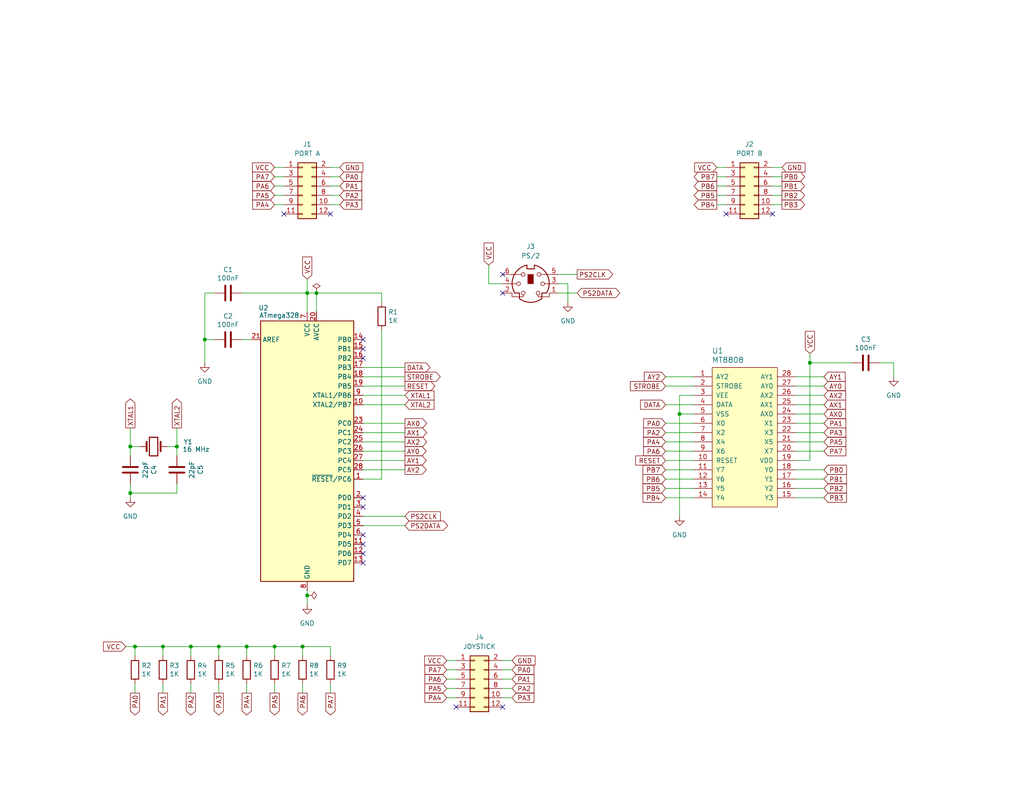
<source format=kicad_sch>
(kicad_sch (version 20250114) (generator "eeschema") (generator_version "9.0")
  (paper "USLetter")
  (title_block (title "6502 PS2 Helper") (date "2025-09-24") (rev "1.0") (company "A.C. Wright Design"))
  (lib_symbols
    (symbol "6502 Parts:KMDGX-6S-BS" (pin_names (offset 1.016))
      (property "Reference" "J" (at 0 6.35 0))
      (property "Value" "KMDGX-6S-BS" (at 0 -6.35 0))
      (symbol "KMDGX-6S-BS_0_1"
        (polyline (pts (xy -4.318 -2.54) (xy -3.048 -2.54) (xy -3.048 -4.064)) (stroke (width 0.254)))
        (polyline (pts (xy -3.81 0) (xy -5.08 0)))
        (circle (center -3.302 0) (radius 0.508))
        (polyline (pts (xy -2.54 2.54) (xy -5.08 2.54)))
        (circle (center -2.032 2.54) (radius 0.508))
        (circle (center -2.032 -2.54) (radius 0.508))
        (polyline (pts (xy -2.032 -3.048) (xy -2.032 -3.556) (xy -5.08 -3.556) (xy -5.08 -2.54)))
        (polyline (pts (xy -1.016 5.08) (xy -1.016 4.064) (xy 1.016 4.064) (xy 1.016 5.08)) (stroke (width 0.254)))
        (rectangle (start -0.762 2.54) (end 0.762 0) (fill (type outline)))
        (arc (start 3.048 -4.064) (mid 0 -5.08) (end -3.048 -4.064) (stroke (width 0.254)))
        (arc (start 1.016 5.08) (mid 4.6646 2.1356) (end 4.318 -2.54) (stroke (width 0.254)))
        (arc (start -4.318 -2.54) (mid -4.6241 2.1181) (end -1.016 5.08) (stroke (width 0.254)))
        (circle (center 2.032 -2.54) (radius 0.508))
        (polyline (pts (xy 2.032 -3.048) (xy 2.032 -3.556) (xy 5.08 -3.556) (xy 5.08 -2.54)))
        (circle (center 2.286 2.54) (radius 0.508))
        (polyline (pts (xy 2.794 2.54) (xy 5.08 2.54)))
        (circle (center 3.302 0) (radius 0.508))
        (polyline (pts (xy 4.318 -2.54) (xy 3.048 -2.54) (xy 3.048 -4.064)) (stroke (width 0.254)))
        (polyline (pts (xy 5.08 0) (xy 3.81 0)))
      )
      (symbol "KMDGX-6S-BS_1_1"
        (pin passive line (at -7.62 2.54 0) (length 2.54) (name "~") (number "6"))
        (pin passive line (at -7.62 0 0) (length 2.54) (name "~") (number "4"))
        (pin passive line (at -7.62 -2.54 0) (length 2.54) (name "~") (number "2"))
        (pin passive line (at 7.62 2.54 180) (length 2.54) (name "~") (number "5"))
        (pin passive line (at 7.62 0 180) (length 2.54) (name "~") (number "3"))
        (pin passive line (at 7.62 -2.54 180) (length 2.54) (name "~") (number "1"))
      )
    )
    (symbol "6502 Parts:MT8808" (pin_names (offset 1.016))
      (property "Reference" "U" (at 4.826 6.858 0))
      (property "Value" "MT8808" (at 4.826 4.318 0))
      (symbol "MT8808_1_0"
        (pin input line (at 0 0 0) (length 5.08) (name "AY2") (number "1"))
        (pin input line (at 0 -2.54 0) (length 5.08) (name "STROBE") (number "2"))
        (pin power_in line (at 0 -5.08 0) (length 5.08) (name "VEE") (number "3"))
        (pin input line (at 0 -7.62 0) (length 5.08) (name "DATA") (number "4"))
        (pin power_in line (at 0 -10.16 0) (length 5.08) (name "VSS") (number "5"))
        (pin bidirectional line (at 0 -12.7 0) (length 5.08) (name "X0") (number "6"))
        (pin bidirectional line (at 0 -15.24 0) (length 5.08) (name "X2") (number "7"))
        (pin bidirectional line (at 0 -17.78 0) (length 5.08) (name "X4") (number "8"))
        (pin bidirectional line (at 0 -20.32 0) (length 5.08) (name "X6") (number "9"))
        (pin input line (at 0 -22.86 0) (length 5.08) (name "RESET") (number "10"))
        (pin bidirectional line (at 0 -25.4 0) (length 5.08) (name "Y7") (number "11"))
        (pin bidirectional line (at 0 -27.94 0) (length 5.08) (name "Y6") (number "12"))
        (pin bidirectional line (at 0 -30.48 0) (length 5.08) (name "Y5") (number "13"))
        (pin bidirectional line (at 0 -33.02 0) (length 5.08) (name "Y4") (number "14"))
        (pin input line (at 27.94 0 180) (length 5.08) (name "AY1") (number "28"))
        (pin input line (at 27.94 -2.54 180) (length 5.08) (name "AY0") (number "27"))
        (pin input line (at 27.94 -5.08 180) (length 5.08) (name "AX2") (number "26"))
        (pin input line (at 27.94 -7.62 180) (length 5.08) (name "AX1") (number "25"))
        (pin input line (at 27.94 -10.16 180) (length 5.08) (name "AX0") (number "24"))
        (pin bidirectional line (at 27.94 -12.7 180) (length 5.08) (name "X1") (number "23"))
        (pin bidirectional line (at 27.94 -15.24 180) (length 5.08) (name "X3") (number "22"))
        (pin bidirectional line (at 27.94 -17.78 180) (length 5.08) (name "X5") (number "21"))
        (pin bidirectional line (at 27.94 -20.32 180) (length 5.08) (name "X7") (number "20"))
        (pin power_in line (at 27.94 -22.86 180) (length 5.08) (name "VDD") (number "19"))
        (pin bidirectional line (at 27.94 -25.4 180) (length 5.08) (name "Y0") (number "18"))
        (pin bidirectional line (at 27.94 -27.94 180) (length 5.08) (name "Y1") (number "17"))
        (pin bidirectional line (at 27.94 -30.48 180) (length 5.08) (name "Y2") (number "16"))
        (pin bidirectional line (at 27.94 -33.02 180) (length 5.08) (name "Y3") (number "15"))
      )
      (symbol "MT8808_1_1"
        (rectangle (start 5.08 2.54) (end 22.86 -35.56) (fill (type background)))
      )
    )
    (symbol "Connector_Generic:Conn_02x06_Odd_Even" (pin_names (offset 1.016) (hide yes))
      (property "Reference" "J" (at 1.27 7.62 0))
      (property "Value" "Conn_02x06_Odd_Even" (at 1.27 -10.16 0))
      (symbol "Conn_02x06_Odd_Even_1_1"
        (rectangle (start -1.27 6.35) (end 3.81 -8.89) (stroke (width 0.254)) (fill (type background)))
        (rectangle (start -1.27 5.207) (end 0 4.953) (stroke (width 0.1524)))
        (rectangle (start -1.27 2.667) (end 0 2.413) (stroke (width 0.1524)))
        (rectangle (start -1.27 0.127) (end 0 -0.127) (stroke (width 0.1524)))
        (rectangle (start -1.27 -2.413) (end 0 -2.667) (stroke (width 0.1524)))
        (rectangle (start -1.27 -4.953) (end 0 -5.207) (stroke (width 0.1524)))
        (rectangle (start -1.27 -7.493) (end 0 -7.747) (stroke (width 0.1524)))
        (rectangle (start 3.81 5.207) (end 2.54 4.953) (stroke (width 0.1524)))
        (rectangle (start 3.81 2.667) (end 2.54 2.413) (stroke (width 0.1524)))
        (rectangle (start 3.81 0.127) (end 2.54 -0.127) (stroke (width 0.1524)))
        (rectangle (start 3.81 -2.413) (end 2.54 -2.667) (stroke (width 0.1524)))
        (rectangle (start 3.81 -4.953) (end 2.54 -5.207) (stroke (width 0.1524)))
        (rectangle (start 3.81 -7.493) (end 2.54 -7.747) (stroke (width 0.1524)))
        (pin passive line (at -5.08 5.08 0) (length 3.81) (name "Pin_1") (number "1"))
        (pin passive line (at -5.08 2.54 0) (length 3.81) (name "Pin_3") (number "3"))
        (pin passive line (at -5.08 0 0) (length 3.81) (name "Pin_5") (number "5"))
        (pin passive line (at -5.08 -2.54 0) (length 3.81) (name "Pin_7") (number "7"))
        (pin passive line (at -5.08 -5.08 0) (length 3.81) (name "Pin_9") (number "9"))
        (pin passive line (at -5.08 -7.62 0) (length 3.81) (name "Pin_11") (number "11"))
        (pin passive line (at 7.62 5.08 180) (length 3.81) (name "Pin_2") (number "2"))
        (pin passive line (at 7.62 2.54 180) (length 3.81) (name "Pin_4") (number "4"))
        (pin passive line (at 7.62 0 180) (length 3.81) (name "Pin_6") (number "6"))
        (pin passive line (at 7.62 -2.54 180) (length 3.81) (name "Pin_8") (number "8"))
        (pin passive line (at 7.62 -5.08 180) (length 3.81) (name "Pin_10") (number "10"))
        (pin passive line (at 7.62 -7.62 180) (length 3.81) (name "Pin_12") (number "12"))
      )
    )
    (symbol "Device:C" (pin_numbers (hide yes)) (pin_names (offset 0.254))
      (property "Reference" "C" (at 0.635 2.54 0))
      (property "Value" "C" (at 0.635 -2.54 0))
      (symbol "C_0_1"
        (polyline (pts (xy -2.032 0.762) (xy 2.032 0.762)) (stroke (width 0.508)))
        (polyline (pts (xy -2.032 -0.762) (xy 2.032 -0.762)) (stroke (width 0.508)))
      )
      (symbol "C_1_1"
        (pin passive line (at 0 3.81 270) (length 2.794) (name "~") (number "1"))
        (pin passive line (at 0 -3.81 90) (length 2.794) (name "~") (number "2"))
      )
    )
    (symbol "Device:Crystal" (pin_numbers (hide yes)) (pin_names (offset 1.016) (hide yes))
      (property "Reference" "Y" (at 0 3.81 0))
      (property "Value" "Crystal" (at 0 -3.81 0))
      (symbol "Crystal_0_1"
        (polyline (pts (xy -2.54 0) (xy -1.905 0)))
        (polyline (pts (xy -1.905 -1.27) (xy -1.905 1.27)) (stroke (width 0.508)))
        (rectangle (start -1.143 2.54) (end 1.143 -2.54) (stroke (width 0.3048)))
        (polyline (pts (xy 1.905 -1.27) (xy 1.905 1.27)) (stroke (width 0.508)))
        (polyline (pts (xy 2.54 0) (xy 1.905 0)))
      )
      (symbol "Crystal_1_1"
        (pin passive line (at -3.81 0 0) (length 1.27) (name "1") (number "1"))
        (pin passive line (at 3.81 0 180) (length 1.27) (name "2") (number "2"))
      )
    )
    (symbol "Device:R" (pin_numbers (hide yes)) (pin_names (offset 0))
      (property "Reference" "R" (at 2.032 0 90))
      (property "Value" "R" (at 0 0 90))
      (symbol "R_0_1"
        (rectangle (start -1.016 -2.54) (end 1.016 2.54) (stroke (width 0.254)))
      )
      (symbol "R_1_1"
        (pin passive line (at 0 3.81 270) (length 1.27) (name "~") (number "1"))
        (pin passive line (at 0 -3.81 90) (length 1.27) (name "~") (number "2"))
      )
    )
    (symbol "MCU_Microchip_ATmega:ATmega328-P"
      (property "Reference" "U" (at -12.7 36.83 0))
      (property "Value" "ATmega328-P" (at 2.54 -36.83 0))
      (symbol "ATmega328-P_0_1"
        (rectangle (start -12.7 -35.56) (end 12.7 35.56) (stroke (width 0.254)) (fill (type background)))
      )
      (symbol "ATmega328-P_1_1"
        (pin passive line (at -15.24 30.48 0) (length 2.54) (name "AREF") (number "21"))
        (pin power_in line (at 0 38.1 270) (length 2.54) (name "VCC") (number "7"))
        (pin passive line (at 0 -38.1 90) (length 2.54) (hide yes) (name "GND") (number "22"))
        (pin power_in line (at 0 -38.1 90) (length 2.54) (name "GND") (number "8"))
        (pin power_in line (at 2.54 38.1 270) (length 2.54) (name "AVCC") (number "20"))
        (pin bidirectional line (at 15.24 30.48 180) (length 2.54) (name "PB0") (number "14"))
        (pin bidirectional line (at 15.24 27.94 180) (length 2.54) (name "PB1") (number "15"))
        (pin bidirectional line (at 15.24 25.4 180) (length 2.54) (name "PB2") (number "16"))
        (pin bidirectional line (at 15.24 22.86 180) (length 2.54) (name "PB3") (number "17"))
        (pin bidirectional line (at 15.24 20.32 180) (length 2.54) (name "PB4") (number "18"))
        (pin bidirectional line (at 15.24 17.78 180) (length 2.54) (name "PB5") (number "19"))
        (pin bidirectional line (at 15.24 15.24 180) (length 2.54) (name "XTAL1/PB6") (number "9"))
        (pin bidirectional line (at 15.24 12.7 180) (length 2.54) (name "XTAL2/PB7") (number "10"))
        (pin bidirectional line (at 15.24 7.62 180) (length 2.54) (name "PC0") (number "23"))
        (pin bidirectional line (at 15.24 5.08 180) (length 2.54) (name "PC1") (number "24"))
        (pin bidirectional line (at 15.24 2.54 180) (length 2.54) (name "PC2") (number "25"))
        (pin bidirectional line (at 15.24 0 180) (length 2.54) (name "PC3") (number "26"))
        (pin bidirectional line (at 15.24 -2.54 180) (length 2.54) (name "PC4") (number "27"))
        (pin bidirectional line (at 15.24 -5.08 180) (length 2.54) (name "PC5") (number "28"))
        (pin bidirectional line (at 15.24 -7.62 180) (length 2.54) (name "~{RESET}/PC6") (number "1"))
        (pin bidirectional line (at 15.24 -12.7 180) (length 2.54) (name "PD0") (number "2"))
        (pin bidirectional line (at 15.24 -15.24 180) (length 2.54) (name "PD1") (number "3"))
        (pin bidirectional line (at 15.24 -17.78 180) (length 2.54) (name "PD2") (number "4"))
        (pin bidirectional line (at 15.24 -20.32 180) (length 2.54) (name "PD3") (number "5"))
        (pin bidirectional line (at 15.24 -22.86 180) (length 2.54) (name "PD4") (number "6"))
        (pin bidirectional line (at 15.24 -25.4 180) (length 2.54) (name "PD5") (number "11"))
        (pin bidirectional line (at 15.24 -27.94 180) (length 2.54) (name "PD6") (number "12"))
        (pin bidirectional line (at 15.24 -30.48 180) (length 2.54) (name "PD7") (number "13"))
      )
    )
    (symbol "power:GND" (power) (pin_numbers (hide yes)) (pin_names (offset 0) (hide yes))
      (property "Value" "GND" (at 0 -3.81 0))
      (symbol "GND_0_1"
        (polyline (pts (xy 0 0) (xy 0 -1.27) (xy 1.27 -1.27) (xy 0 -2.54) (xy -1.27 -1.27) (xy 0 -1.27)))
      )
      (symbol "GND_1_1"
        (pin power_in line (at 0 0 270) (length 0) (name "~") (number "1"))
      )
    )
    (symbol "power:PWR_FLAG" (power) (pin_numbers (hide yes)) (pin_names (offset 0) (hide yes))
      (property "Value" "PWR_FLAG" (at 0 3.81 0))
      (symbol "PWR_FLAG_0_0"
        (pin power_out line (at 0 0 90) (length 0) (name "~") (number "1"))
      )
      (symbol "PWR_FLAG_0_1"
        (polyline (pts (xy 0 0) (xy 0 1.27) (xy -1.016 1.905) (xy 0 2.54) (xy 1.016 1.905) (xy 0 1.27)))
      )
    )
  )
  (junction (at 83.82 162.56))
  (junction (at 220.98 99.06))
  (junction (at 35.56 134.62))
  (junction (at 52.07 176.53))
  (junction (at 82.55 176.53))
  (junction (at 59.69 176.53))
  (junction (at 44.45 176.53))
  (junction (at 74.93 176.53))
  (junction (at 48.26 121.92))
  (junction (at 185.42 113.03))
  (junction (at 36.83 176.53))
  (junction (at 35.56 121.92))
  (junction (at 86.36 80.01))
  (junction (at 55.88 92.71))
  (junction (at 67.31 176.53))
  (junction (at 83.82 80.01))
  (no_connect (at 99.06 153.67))
  (no_connect (at 137.16 193.04))
  (no_connect (at 137.16 80.01))
  (no_connect (at 99.06 92.71))
  (no_connect (at 124.46 193.04))
  (no_connect (at 137.16 74.93))
  (no_connect (at 99.06 138.43))
  (no_connect (at 99.06 151.13))
  (no_connect (at 198.12 58.42))
  (no_connect (at 99.06 135.89))
  (no_connect (at 99.06 146.05))
  (no_connect (at 99.06 97.79))
  (no_connect (at 210.82 58.42))
  (no_connect (at 90.17 58.42))
  (no_connect (at 77.47 58.42))
  (no_connect (at 99.06 95.25))
  (no_connect (at 99.06 148.59))
  (wire (pts (xy 185.42 113.03) (xy 189.23 113.03)))
  (wire (pts (xy 99.06 115.57) (xy 110.49 115.57)))
  (wire (pts (xy 195.58 45.72) (xy 198.12 45.72)))
  (wire (pts (xy 181.61 128.27) (xy 189.23 128.27)))
  (wire (pts (xy 154.94 77.47) (xy 152.4 77.47)))
  (wire (pts (xy 133.35 72.39) (xy 133.35 77.47)))
  (wire (pts (xy 82.55 179.07) (xy 82.55 176.53)))
  (wire (pts (xy 74.93 50.8) (xy 77.47 50.8)))
  (wire (pts (xy 217.17 107.95) (xy 224.79 107.95)))
  (wire (pts (xy 44.45 176.53) (xy 44.45 179.07)))
  (wire (pts (xy 181.61 135.89) (xy 189.23 135.89)))
  (wire (pts (xy 35.56 132.08) (xy 35.56 134.62)))
  (wire (pts (xy 121.92 180.34) (xy 124.46 180.34)))
  (wire (pts (xy 90.17 55.88) (xy 92.71 55.88)))
  (wire (pts (xy 220.98 125.73) (xy 217.17 125.73)))
  (wire (pts (xy 35.56 134.62) (xy 48.26 134.62)))
  (wire (pts (xy 195.58 50.8) (xy 198.12 50.8)))
  (wire (pts (xy 90.17 45.72) (xy 92.71 45.72)))
  (wire (pts (xy 45.72 121.92) (xy 48.26 121.92)))
  (wire (pts (xy 137.16 180.34) (xy 139.7 180.34)))
  (wire (pts (xy 48.26 121.92) (xy 48.26 124.46)))
  (wire (pts (xy 217.17 115.57) (xy 224.79 115.57)))
  (wire (pts (xy 181.61 133.35) (xy 189.23 133.35)))
  (wire (pts (xy 121.92 182.88) (xy 124.46 182.88)))
  (wire (pts (xy 90.17 186.69) (xy 90.17 189.23)))
  (wire (pts (xy 48.26 134.62) (xy 48.26 132.08)))
  (wire (pts (xy 217.17 118.11) (xy 224.79 118.11)))
  (wire (pts (xy 66.04 80.01) (xy 83.82 80.01)))
  (wire (pts (xy 154.94 82.55) (xy 154.94 77.47)))
  (wire (pts (xy 99.06 107.95) (xy 110.49 107.95)))
  (wire (pts (xy 99.06 120.65) (xy 110.49 120.65)))
  (wire (pts (xy 59.69 176.53) (xy 52.07 176.53)))
  (wire (pts (xy 104.14 90.17) (xy 104.14 130.81)))
  (wire (pts (xy 35.56 116.84) (xy 35.56 121.92)))
  (wire (pts (xy 90.17 48.26) (xy 92.71 48.26)))
  (wire (pts (xy 66.04 92.71) (xy 68.58 92.71)))
  (wire (pts (xy 90.17 53.34) (xy 92.71 53.34)))
  (wire (pts (xy 83.82 76.2) (xy 83.82 80.01)))
  (wire (pts (xy 185.42 107.95) (xy 189.23 107.95)))
  (wire (pts (xy 36.83 186.69) (xy 36.83 189.23)))
  (wire (pts (xy 210.82 50.8) (xy 213.36 50.8)))
  (wire (pts (xy 44.45 186.69) (xy 44.45 189.23)))
  (wire (pts (xy 217.17 128.27) (xy 224.79 128.27)))
  (wire (pts (xy 90.17 176.53) (xy 82.55 176.53)))
  (wire (pts (xy 82.55 186.69) (xy 82.55 189.23)))
  (wire (pts (xy 220.98 99.06) (xy 220.98 125.73)))
  (wire (pts (xy 99.06 100.33) (xy 110.49 100.33)))
  (wire (pts (xy 104.14 82.55) (xy 104.14 80.01)))
  (wire (pts (xy 52.07 186.69) (xy 52.07 189.23)))
  (wire (pts (xy 74.93 45.72) (xy 77.47 45.72)))
  (wire (pts (xy 35.56 121.92) (xy 35.56 124.46)))
  (wire (pts (xy 59.69 186.69) (xy 59.69 189.23)))
  (wire (pts (xy 217.17 110.49) (xy 224.79 110.49)))
  (wire (pts (xy 217.17 105.41) (xy 224.79 105.41)))
  (wire (pts (xy 99.06 105.41) (xy 110.49 105.41)))
  (wire (pts (xy 181.61 118.11) (xy 189.23 118.11)))
  (wire (pts (xy 67.31 176.53) (xy 59.69 176.53)))
  (wire (pts (xy 217.17 120.65) (xy 224.79 120.65)))
  (wire (pts (xy 181.61 125.73) (xy 189.23 125.73)))
  (wire (pts (xy 195.58 48.26) (xy 198.12 48.26)))
  (wire (pts (xy 137.16 190.5) (xy 139.7 190.5)))
  (wire (pts (xy 181.61 123.19) (xy 189.23 123.19)))
  (wire (pts (xy 83.82 80.01) (xy 83.82 85.09)))
  (wire (pts (xy 86.36 80.01) (xy 86.36 85.09)))
  (wire (pts (xy 217.17 113.03) (xy 224.79 113.03)))
  (wire (pts (xy 137.16 187.96) (xy 139.7 187.96)))
  (wire (pts (xy 185.42 140.97) (xy 185.42 113.03)))
  (wire (pts (xy 181.61 120.65) (xy 189.23 120.65)))
  (wire (pts (xy 55.88 92.71) (xy 58.42 92.71)))
  (wire (pts (xy 52.07 176.53) (xy 52.07 179.07)))
  (wire (pts (xy 195.58 53.34) (xy 198.12 53.34)))
  (wire (pts (xy 152.4 74.93) (xy 157.48 74.93)))
  (wire (pts (xy 210.82 48.26) (xy 213.36 48.26)))
  (wire (pts (xy 210.82 45.72) (xy 213.36 45.72)))
  (wire (pts (xy 35.56 134.62) (xy 35.56 135.89)))
  (wire (pts (xy 104.14 80.01) (xy 86.36 80.01)))
  (wire (pts (xy 74.93 176.53) (xy 67.31 176.53)))
  (wire (pts (xy 181.61 105.41) (xy 189.23 105.41)))
  (wire (pts (xy 55.88 92.71) (xy 55.88 80.01)))
  (wire (pts (xy 217.17 133.35) (xy 224.79 133.35)))
  (wire (pts (xy 74.93 55.88) (xy 77.47 55.88)))
  (wire (pts (xy 48.26 116.84) (xy 48.26 121.92)))
  (wire (pts (xy 217.17 102.87) (xy 224.79 102.87)))
  (wire (pts (xy 121.92 190.5) (xy 124.46 190.5)))
  (wire (pts (xy 99.06 102.87) (xy 110.49 102.87)))
  (wire (pts (xy 99.06 128.27) (xy 110.49 128.27)))
  (wire (pts (xy 83.82 162.56) (xy 83.82 165.1)))
  (wire (pts (xy 83.82 161.29) (xy 83.82 162.56)))
  (wire (pts (xy 217.17 123.19) (xy 224.79 123.19)))
  (wire (pts (xy 181.61 102.87) (xy 189.23 102.87)))
  (wire (pts (xy 152.4 80.01) (xy 157.48 80.01)))
  (wire (pts (xy 185.42 113.03) (xy 185.42 107.95)))
  (wire (pts (xy 137.16 182.88) (xy 139.7 182.88)))
  (wire (pts (xy 121.92 187.96) (xy 124.46 187.96)))
  (wire (pts (xy 74.93 176.53) (xy 82.55 176.53)))
  (wire (pts (xy 99.06 143.51) (xy 110.49 143.51)))
  (wire (pts (xy 220.98 96.52) (xy 220.98 99.06)))
  (wire (pts (xy 217.17 130.81) (xy 224.79 130.81)))
  (wire (pts (xy 34.29 176.53) (xy 36.83 176.53)))
  (wire (pts (xy 36.83 176.53) (xy 36.83 179.07)))
  (wire (pts (xy 99.06 123.19) (xy 110.49 123.19)))
  (wire (pts (xy 99.06 110.49) (xy 110.49 110.49)))
  (wire (pts (xy 44.45 176.53) (xy 36.83 176.53)))
  (wire (pts (xy 38.1 121.92) (xy 35.56 121.92)))
  (wire (pts (xy 137.16 185.42) (xy 139.7 185.42)))
  (wire (pts (xy 67.31 176.53) (xy 67.31 179.07)))
  (wire (pts (xy 240.03 99.06) (xy 243.84 99.06)))
  (wire (pts (xy 220.98 99.06) (xy 232.41 99.06)))
  (wire (pts (xy 99.06 130.81) (xy 104.14 130.81)))
  (wire (pts (xy 210.82 55.88) (xy 213.36 55.88)))
  (wire (pts (xy 181.61 115.57) (xy 189.23 115.57)))
  (wire (pts (xy 90.17 50.8) (xy 92.71 50.8)))
  (wire (pts (xy 99.06 118.11) (xy 110.49 118.11)))
  (wire (pts (xy 133.35 77.47) (xy 137.16 77.47)))
  (wire (pts (xy 181.61 130.81) (xy 189.23 130.81)))
  (wire (pts (xy 74.93 53.34) (xy 77.47 53.34)))
  (wire (pts (xy 243.84 99.06) (xy 243.84 102.87)))
  (wire (pts (xy 181.61 110.49) (xy 189.23 110.49)))
  (wire (pts (xy 74.93 48.26) (xy 77.47 48.26)))
  (wire (pts (xy 55.88 80.01) (xy 58.42 80.01)))
  (wire (pts (xy 74.93 186.69) (xy 74.93 189.23)))
  (wire (pts (xy 210.82 53.34) (xy 213.36 53.34)))
  (wire (pts (xy 99.06 140.97) (xy 110.49 140.97)))
  (wire (pts (xy 217.17 135.89) (xy 224.79 135.89)))
  (wire (pts (xy 74.93 176.53) (xy 74.93 179.07)))
  (wire (pts (xy 67.31 186.69) (xy 67.31 189.23)))
  (wire (pts (xy 55.88 99.06) (xy 55.88 92.71)))
  (wire (pts (xy 86.36 80.01) (xy 83.82 80.01)))
  (wire (pts (xy 121.92 185.42) (xy 124.46 185.42)))
  (wire (pts (xy 90.17 179.07) (xy 90.17 176.53)))
  (wire (pts (xy 99.06 125.73) (xy 110.49 125.73)))
  (wire (pts (xy 52.07 176.53) (xy 44.45 176.53)))
  (wire (pts (xy 195.58 55.88) (xy 198.12 55.88)))
  (wire (pts (xy 59.69 176.53) (xy 59.69 179.07)))
  (global_label "VCC" (shape input) (at 83.82 76.2 90) (property "Intersheetrefs" "${INTERSHEET_REFS}" (effects (hide yes))))
  (global_label "PA0" (shape input) (at 139.7 182.88 0) (property "Intersheetrefs" "${INTERSHEET_REFS}" (effects (hide yes))))
  (global_label "PB3" (shape input) (at 224.79 135.89 0) (property "Intersheetrefs" "${INTERSHEET_REFS}" (effects (hide yes))))
  (global_label "GND" (shape input) (at 213.36 45.72 0) (property "Intersheetrefs" "${INTERSHEET_REFS}" (effects (hide yes))))
  (global_label "VCC" (shape input) (at 220.98 96.52 90) (property "Intersheetrefs" "${INTERSHEET_REFS}" (effects (hide yes))))
  (global_label "PA6" (shape input) (at 121.92 185.42 180) (property "Intersheetrefs" "${INTERSHEET_REFS}" (effects (hide yes))))
  (global_label "PB6" (shape input) (at 181.61 130.81 180) (property "Intersheetrefs" "${INTERSHEET_REFS}" (effects (hide yes))))
  (global_label "AX0" (shape output) (at 110.49 115.57 0) (property "Intersheetrefs" "${INTERSHEET_REFS}" (effects (hide yes))))
  (global_label "PB1" (shape output) (at 213.36 50.8 0) (property "Intersheetrefs" "${INTERSHEET_REFS}" (effects (hide yes))))
  (global_label "PB4" (shape input) (at 181.61 135.89 180) (property "Intersheetrefs" "${INTERSHEET_REFS}" (effects (hide yes))))
  (global_label "PA5" (shape output) (at 74.93 189.23 270) (property "Intersheetrefs" "${INTERSHEET_REFS}" (effects (hide yes))))
  (global_label "PS2DATA" (shape bidirectional) (at 110.49 143.51 0) (property "Intersheetrefs" "${INTERSHEET_REFS}" (effects (hide yes))))
  (global_label "AY0" (shape input) (at 224.79 105.41 0) (property "Intersheetrefs" "${INTERSHEET_REFS}" (effects (hide yes))))
  (global_label "PA1" (shape output) (at 44.45 189.23 270) (property "Intersheetrefs" "${INTERSHEET_REFS}" (effects (hide yes))))
  (global_label "DATA" (shape input) (at 181.61 110.49 180) (property "Intersheetrefs" "${INTERSHEET_REFS}" (effects (hide yes))))
  (global_label "AY1" (shape input) (at 224.79 102.87 0) (property "Intersheetrefs" "${INTERSHEET_REFS}" (effects (hide yes))))
  (global_label "PA1" (shape input) (at 139.7 185.42 0) (property "Intersheetrefs" "${INTERSHEET_REFS}" (effects (hide yes))))
  (global_label "XTAL1" (shape input) (at 110.49 107.95 0) (property "Intersheetrefs" "${INTERSHEET_REFS}" (effects (hide yes))))
  (global_label "AX0" (shape input) (at 224.79 113.03 0) (property "Intersheetrefs" "${INTERSHEET_REFS}" (effects (hide yes))))
  (global_label "PB6" (shape output) (at 195.58 50.8 180) (property "Intersheetrefs" "${INTERSHEET_REFS}" (effects (hide yes))))
  (global_label "VCC" (shape input) (at 34.29 176.53 180) (property "Intersheetrefs" "${INTERSHEET_REFS}" (effects (hide yes))))
  (global_label "AY2" (shape input) (at 181.61 102.87 180) (property "Intersheetrefs" "${INTERSHEET_REFS}" (effects (hide yes))))
  (global_label "STROBE" (shape input) (at 181.61 105.41 180) (property "Intersheetrefs" "${INTERSHEET_REFS}" (effects (hide yes))))
  (global_label "PA7" (shape input) (at 74.93 48.26 180) (property "Intersheetrefs" "${INTERSHEET_REFS}" (effects (hide yes))))
  (global_label "PA4" (shape input) (at 74.93 55.88 180) (property "Intersheetrefs" "${INTERSHEET_REFS}" (effects (hide yes))))
  (global_label "PB7" (shape input) (at 181.61 128.27 180) (property "Intersheetrefs" "${INTERSHEET_REFS}" (effects (hide yes))))
  (global_label "PA2" (shape input) (at 139.7 187.96 0) (property "Intersheetrefs" "${INTERSHEET_REFS}" (effects (hide yes))))
  (global_label "RESET" (shape output) (at 110.49 105.41 0) (property "Intersheetrefs" "${INTERSHEET_REFS}" (effects (hide yes))))
  (global_label "DATA" (shape output) (at 110.49 100.33 0) (property "Intersheetrefs" "${INTERSHEET_REFS}" (effects (hide yes))))
  (global_label "PA4" (shape output) (at 67.31 189.23 270) (property "Intersheetrefs" "${INTERSHEET_REFS}" (effects (hide yes))))
  (global_label "VCC" (shape input) (at 133.35 72.39 90) (property "Intersheetrefs" "${INTERSHEET_REFS}" (effects (hide yes))))
  (global_label "PS2DATA" (shape bidirectional) (at 157.48 80.01 0) (property "Intersheetrefs" "${INTERSHEET_REFS}" (effects (hide yes))))
  (global_label "PA6" (shape input) (at 181.61 123.19 180) (property "Intersheetrefs" "${INTERSHEET_REFS}" (effects (hide yes))))
  (global_label "PA7" (shape input) (at 224.79 123.19 0) (property "Intersheetrefs" "${INTERSHEET_REFS}" (effects (hide yes))))
  (global_label "PA0" (shape input) (at 92.71 48.26 0) (property "Intersheetrefs" "${INTERSHEET_REFS}" (effects (hide yes))))
  (global_label "PA7" (shape input) (at 121.92 182.88 180) (property "Intersheetrefs" "${INTERSHEET_REFS}" (effects (hide yes))))
  (global_label "STROBE" (shape output) (at 110.49 102.87 0) (property "Intersheetrefs" "${INTERSHEET_REFS}" (effects (hide yes))))
  (global_label "VCC" (shape input) (at 74.93 45.72 180) (property "Intersheetrefs" "${INTERSHEET_REFS}" (effects (hide yes))))
  (global_label "XTAL2" (shape output) (at 48.26 116.84 90) (property "Intersheetrefs" "${INTERSHEET_REFS}" (effects (hide yes))))
  (global_label "PS2CLK" (shape output) (at 157.48 74.93 0) (property "Intersheetrefs" "${INTERSHEET_REFS}" (effects (hide yes))))
  (global_label "PA2" (shape input) (at 181.61 118.11 180) (property "Intersheetrefs" "${INTERSHEET_REFS}" (effects (hide yes))))
  (global_label "PB2" (shape input) (at 224.79 133.35 0) (property "Intersheetrefs" "${INTERSHEET_REFS}" (effects (hide yes))))
  (global_label "AY0" (shape output) (at 110.49 123.19 0) (property "Intersheetrefs" "${INTERSHEET_REFS}" (effects (hide yes))))
  (global_label "PA4" (shape input) (at 121.92 190.5 180) (property "Intersheetrefs" "${INTERSHEET_REFS}" (effects (hide yes))))
  (global_label "PA6" (shape input) (at 74.93 50.8 180) (property "Intersheetrefs" "${INTERSHEET_REFS}" (effects (hide yes))))
  (global_label "AX1" (shape output) (at 110.49 118.11 0) (property "Intersheetrefs" "${INTERSHEET_REFS}" (effects (hide yes))))
  (global_label "PA3" (shape output) (at 59.69 189.23 270) (property "Intersheetrefs" "${INTERSHEET_REFS}" (effects (hide yes))))
  (global_label "AX1" (shape input) (at 224.79 110.49 0) (property "Intersheetrefs" "${INTERSHEET_REFS}" (effects (hide yes))))
  (global_label "PA1" (shape input) (at 92.71 50.8 0) (property "Intersheetrefs" "${INTERSHEET_REFS}" (effects (hide yes))))
  (global_label "PA7" (shape output) (at 90.17 189.23 270) (property "Intersheetrefs" "${INTERSHEET_REFS}" (effects (hide yes))))
  (global_label "AX2" (shape input) (at 224.79 107.95 0) (property "Intersheetrefs" "${INTERSHEET_REFS}" (effects (hide yes))))
  (global_label "PA0" (shape input) (at 181.61 115.57 180) (property "Intersheetrefs" "${INTERSHEET_REFS}" (effects (hide yes))))
  (global_label "PB5" (shape input) (at 181.61 133.35 180) (property "Intersheetrefs" "${INTERSHEET_REFS}" (effects (hide yes))))
  (global_label "AY2" (shape output) (at 110.49 128.27 0) (property "Intersheetrefs" "${INTERSHEET_REFS}" (effects (hide yes))))
  (global_label "PB1" (shape input) (at 224.79 130.81 0) (property "Intersheetrefs" "${INTERSHEET_REFS}" (effects (hide yes))))
  (global_label "PB4" (shape output) (at 195.58 55.88 180) (property "Intersheetrefs" "${INTERSHEET_REFS}" (effects (hide yes))))
  (global_label "PB0" (shape output) (at 213.36 48.26 0) (property "Intersheetrefs" "${INTERSHEET_REFS}" (effects (hide yes))))
  (global_label "PA4" (shape input) (at 181.61 120.65 180) (property "Intersheetrefs" "${INTERSHEET_REFS}" (effects (hide yes))))
  (global_label "PA6" (shape output) (at 82.55 189.23 270) (property "Intersheetrefs" "${INTERSHEET_REFS}" (effects (hide yes))))
  (global_label "PB5" (shape output) (at 195.58 53.34 180) (property "Intersheetrefs" "${INTERSHEET_REFS}" (effects (hide yes))))
  (global_label "PA3" (shape input) (at 139.7 190.5 0) (property "Intersheetrefs" "${INTERSHEET_REFS}" (effects (hide yes))))
  (global_label "PB7" (shape output) (at 195.58 48.26 180) (property "Intersheetrefs" "${INTERSHEET_REFS}" (effects (hide yes))))
  (global_label "VCC" (shape input) (at 121.92 180.34 180) (property "Intersheetrefs" "${INTERSHEET_REFS}" (effects (hide yes))))
  (global_label "PA5" (shape input) (at 121.92 187.96 180) (property "Intersheetrefs" "${INTERSHEET_REFS}" (effects (hide yes))))
  (global_label "PB2" (shape output) (at 213.36 53.34 0) (property "Intersheetrefs" "${INTERSHEET_REFS}" (effects (hide yes))))
  (global_label "AX2" (shape output) (at 110.49 120.65 0) (property "Intersheetrefs" "${INTERSHEET_REFS}" (effects (hide yes))))
  (global_label "GND" (shape input) (at 139.7 180.34 0) (property "Intersheetrefs" "${INTERSHEET_REFS}" (effects (hide yes))))
  (global_label "VCC" (shape input) (at 195.58 45.72 180) (property "Intersheetrefs" "${INTERSHEET_REFS}" (effects (hide yes))))
  (global_label "PA5" (shape input) (at 224.79 120.65 0) (property "Intersheetrefs" "${INTERSHEET_REFS}" (effects (hide yes))))
  (global_label "XTAL1" (shape output) (at 35.56 116.84 90) (property "Intersheetrefs" "${INTERSHEET_REFS}" (effects (hide yes))))
  (global_label "GND" (shape input) (at 92.71 45.72 0) (property "Intersheetrefs" "${INTERSHEET_REFS}" (effects (hide yes))))
  (global_label "PA2" (shape input) (at 92.71 53.34 0) (property "Intersheetrefs" "${INTERSHEET_REFS}" (effects (hide yes))))
  (global_label "AY1" (shape output) (at 110.49 125.73 0) (property "Intersheetrefs" "${INTERSHEET_REFS}" (effects (hide yes))))
  (global_label "PA1" (shape input) (at 224.79 115.57 0) (property "Intersheetrefs" "${INTERSHEET_REFS}" (effects (hide yes))))
  (global_label "PA5" (shape input) (at 74.93 53.34 180) (property "Intersheetrefs" "${INTERSHEET_REFS}" (effects (hide yes))))
  (global_label "PB0" (shape input) (at 224.79 128.27 0) (property "Intersheetrefs" "${INTERSHEET_REFS}" (effects (hide yes))))
  (global_label "PA0" (shape output) (at 36.83 189.23 270) (property "Intersheetrefs" "${INTERSHEET_REFS}" (effects (hide yes))))
  (global_label "PS2CLK" (shape input) (at 110.49 140.97 0) (property "Intersheetrefs" "${INTERSHEET_REFS}" (effects (hide yes))))
  (global_label "RESET" (shape input) (at 181.61 125.73 180) (property "Intersheetrefs" "${INTERSHEET_REFS}" (effects (hide yes))))
  (global_label "PA3" (shape input) (at 224.79 118.11 0) (property "Intersheetrefs" "${INTERSHEET_REFS}" (effects (hide yes))))
  (global_label "PA3" (shape input) (at 92.71 55.88 0) (property "Intersheetrefs" "${INTERSHEET_REFS}" (effects (hide yes))))
  (global_label "XTAL2" (shape input) (at 110.49 110.49 0) (property "Intersheetrefs" "${INTERSHEET_REFS}" (effects (hide yes))))
  (global_label "PB3" (shape output) (at 213.36 55.88 0) (property "Intersheetrefs" "${INTERSHEET_REFS}" (effects (hide yes))))
  (global_label "PA2" (shape output) (at 52.07 189.23 270) (property "Intersheetrefs" "${INTERSHEET_REFS}" (effects (hide yes))))
  (symbol (lib_id "power:GND") (at 55.88 99.06 0) (unit 1)
    (property "Reference" "#PWR02" (effects (hide yes)))
    (property "Value" "GND" (at 55.88 104.14 0))
    (property "Description" "Power symbol creates a global label with name \"GND\" , ground" (effects (hide yes)))
  )
  (symbol (lib_id "Device:C") (at 48.26 128.27 0) (unit 1) (in_bom no)
    (property "Reference" "C5" (at 54.6608 128.27 90))
    (property "Value" "22pF" (at 52.3494 128.27 90))
    (property "Footprint" "Capacitor_THT:C_Disc_D5.0mm_W2.5mm_P2.50mm" (effects (hide yes)))
    (property "LCSC" "C107114" (effects (hide yes)))
  )
  (symbol (lib_id "Device:R") (at 44.45 182.88 180) (unit 1) (in_bom no)
    (property "Reference" "R3" (at 46.228 181.7116 0) (effects (justify right)))
    (property "Value" "1K" (at 46.228 184.023 0) (effects (justify right)))
    (property "Footprint" "Resistor_THT:R_Axial_DIN0204_L3.6mm_D1.6mm_P5.08mm_Horizontal" (effects (hide yes)))
    (property "Description" "Resistor" (effects (hide yes)))
  )
  (symbol (lib_id "Device:R") (at 104.14 86.36 180) (unit 1) (in_bom no)
    (property "Reference" "R1" (at 105.918 85.1916 0) (effects (justify right)))
    (property "Value" "1K" (at 105.918 87.503 0) (effects (justify right)))
    (property "Footprint" "Resistor_THT:R_Axial_DIN0204_L3.6mm_D1.6mm_P5.08mm_Horizontal" (effects (hide yes)))
    (property "Description" "Resistor" (effects (hide yes)))
  )
  (symbol (lib_id "Device:R") (at 67.31 182.88 180) (unit 1) (in_bom no)
    (property "Reference" "R6" (at 69.088 181.7116 0) (effects (justify right)))
    (property "Value" "1K" (at 69.088 184.023 0) (effects (justify right)))
    (property "Footprint" "Resistor_THT:R_Axial_DIN0204_L3.6mm_D1.6mm_P5.08mm_Horizontal" (effects (hide yes)))
    (property "Description" "Resistor" (effects (hide yes)))
  )
  (symbol (lib_id "power:GND") (at 35.56 135.89 0) (unit 1)
    (property "Reference" "#PWR04" (effects (hide yes)))
    (property "Value" "GND" (at 35.56 140.97 0))
    (property "Description" "Power symbol creates a global label with name \"GND\" , ground" (effects (hide yes)))
  )
  (symbol (lib_id "Device:C") (at 62.23 92.71 90) (unit 1) (in_bom no)
    (property "Reference" "C2" (at 62.23 86.3092 90))
    (property "Value" "100nF" (at 62.23 88.6206 90))
    (property "Footprint" "Capacitor_THT:C_Disc_D5.0mm_W2.5mm_P2.50mm" (effects (hide yes)))
    (property "LCSC" "C107114" (effects (hide yes)))
  )
  (symbol (lib_id "power:GND") (at 243.84 102.87 0) (unit 1)
    (property "Reference" "#PWR03" (effects (hide yes)))
    (property "Value" "GND" (at 243.84 107.95 0))
    (property "Description" "Power symbol creates a global label with name \"GND\" , ground" (effects (hide yes)))
  )
  (symbol (lib_id "Connector_Generic:Conn_02x06_Odd_Even") (at 203.2 50.8 0) (unit 1)
    (property "Reference" "J2" (at 204.47 39.37 0))
    (property "Value" "PORT B" (at 204.47 41.91 0))
    (property "Footprint" "6502 Parts:6502 GPIO Connector" (effects (hide yes)))
    (property "Description" "Generic connector, double row, 02x06, odd/even pin numbering scheme (row 1 odd numbers, row 2 even numbers), script generated (kicad-library-utils/schlib/autogen/connector/)" (effects (hide yes)))
  )
  (symbol (lib_id "power:PWR_FLAG") (at 83.82 162.56 270) (unit 1)
    (property "Reference" "#FLG02" (effects (hide yes)))
    (property "Value" "PWR_FLAG" (effects (hide yes)))
    (property "Description" "Special symbol for telling ERC where power comes from" (effects (hide yes)))
  )
  (symbol (lib_id "power:GND") (at 154.94 82.55 0) (unit 1)
    (property "Reference" "#PWR01" (effects (hide yes)))
    (property "Value" "GND" (at 154.94 87.63 0))
    (property "Description" "Power symbol creates a global label with name \"GND\" , ground" (effects (hide yes)))
  )
  (symbol (lib_id "Device:R") (at 59.69 182.88 180) (unit 1) (in_bom no)
    (property "Reference" "R5" (at 61.468 181.7116 0) (effects (justify right)))
    (property "Value" "1K" (at 61.468 184.023 0) (effects (justify right)))
    (property "Footprint" "Resistor_THT:R_Axial_DIN0204_L3.6mm_D1.6mm_P5.08mm_Horizontal" (effects (hide yes)))
    (property "Description" "Resistor" (effects (hide yes)))
  )
  (symbol (lib_id "Device:R") (at 90.17 182.88 180) (unit 1) (in_bom no)
    (property "Reference" "R9" (at 91.948 181.7116 0) (effects (justify right)))
    (property "Value" "1K" (at 91.948 184.023 0) (effects (justify right)))
    (property "Footprint" "Resistor_THT:R_Axial_DIN0204_L3.6mm_D1.6mm_P5.08mm_Horizontal" (effects (hide yes)))
    (property "Description" "Resistor" (effects (hide yes)))
  )
  (symbol (lib_id "Connector_Generic:Conn_02x06_Odd_Even") (at 129.54 185.42 0) (unit 1)
    (property "Reference" "J4" (at 130.81 173.99 0))
    (property "Value" "JOYSTICK" (at 130.81 176.53 0))
    (property "Footprint" "6502 Parts:6502 GPIO Connector" (effects (hide yes)))
    (property "Description" "Generic connector, double row, 02x06, odd/even pin numbering scheme (row 1 odd numbers, row 2 even numbers), script generated (kicad-library-utils/schlib/autogen/connector/)" (effects (hide yes)))
  )
  (symbol (lib_id "MCU_Microchip_ATmega:ATmega328-P") (at 83.82 123.19 0) (unit 1)
    (property "Reference" "U2" (at 71.882 84.074 0))
    (property "Value" "ATmega328" (at 76.2 86.106 0))
    (property "Footprint" "Package_DIP:DIP-28_W7.62mm_Socket_LongPads" (effects (hide yes)))
    (property "Datasheet" "http://ww1.microchip.com/downloads/en/DeviceDoc/ATmega328_P%20AVR%20MCU%20with%20picoPower%20Technology%20Data%20Sheet%2040001984A.pdf" (effects (hide yes)))
    (property "Description" "20MHz, 32kB Flash, 2kB SRAM, 1kB EEPROM, DIP-28" (effects (hide yes)))
  )
  (symbol (lib_id "Connector_Generic:Conn_02x06_Odd_Even") (at 82.55 50.8 0) (unit 1)
    (property "Reference" "J1" (at 83.82 39.37 0))
    (property "Value" "PORT A" (at 83.82 41.91 0))
    (property "Footprint" "6502 Parts:6502 GPIO Connector" (effects (hide yes)))
    (property "Description" "Generic connector, double row, 02x06, odd/even pin numbering scheme (row 1 odd numbers, row 2 even numbers), script generated (kicad-library-utils/schlib/autogen/connector/)" (effects (hide yes)))
  )
  (symbol (lib_id "6502 Parts:MT8808") (at 189.23 102.87 0) (unit 1)
    (property "Reference" "U1" (at 195.834 95.758 0) (effects (font (size 1.4986 1.4986))))
    (property "Value" "MT8808" (at 198.628 98.298 0) (effects (font (size 1.4986 1.4986))))
    (property "Footprint" "Package_DIP:DIP-28_W15.24mm_Socket_LongPads" (effects (hide yes)))
  )
  (symbol (lib_id "power:PWR_FLAG") (at 86.36 80.01 0) (unit 1)
    (property "Reference" "#FLG01" (effects (hide yes)))
    (property "Value" "PWR_FLAG" (effects (hide yes)))
    (property "Description" "Special symbol for telling ERC where power comes from" (effects (hide yes)))
  )
  (symbol (lib_id "Device:R") (at 74.93 182.88 180) (unit 1) (in_bom no)
    (property "Reference" "R7" (at 76.708 181.7116 0) (effects (justify right)))
    (property "Value" "1K" (at 76.708 184.023 0) (effects (justify right)))
    (property "Footprint" "Resistor_THT:R_Axial_DIN0204_L3.6mm_D1.6mm_P5.08mm_Horizontal" (effects (hide yes)))
    (property "Description" "Resistor" (effects (hide yes)))
  )
  (symbol (lib_id "6502 Parts:KMDGX-6S-BS") (at 144.78 77.47 0) (unit 1)
    (property "Reference" "J3" (at 144.7977 67.31 0))
    (property "Value" "PS/2" (at 144.7977 69.85 0))
    (property "Footprint" "6502 Parts:KMDGX-6S-BS" (effects (hide yes)))
    (property "Datasheet" "http://service.powerdynamics.com/ec/Catalog17/Section%2011.pdf" (effects (hide yes)))
    (property "Description" "6-pin Mini-DIN connector" (effects (hide yes)))
  )
  (symbol (lib_id "power:GND") (at 185.42 140.97 0) (unit 1)
    (property "Reference" "#PWR05" (effects (hide yes)))
    (property "Value" "GND" (at 185.42 146.05 0))
    (property "Description" "Power symbol creates a global label with name \"GND\" , ground" (effects (hide yes)))
  )
  (symbol (lib_id "Device:C") (at 236.22 99.06 90) (unit 1) (in_bom no)
    (property "Reference" "C3" (at 236.22 92.6592 90))
    (property "Value" "100nF" (at 236.22 94.9706 90))
    (property "Footprint" "Capacitor_THT:C_Disc_D5.0mm_W2.5mm_P2.50mm" (effects (hide yes)))
    (property "LCSC" "C107114" (effects (hide yes)))
  )
  (symbol (lib_id "Device:C") (at 62.23 80.01 90) (unit 1) (in_bom no)
    (property "Reference" "C1" (at 62.23 73.6092 90))
    (property "Value" "100nF" (at 62.23 75.9206 90))
    (property "Footprint" "Capacitor_THT:C_Disc_D5.0mm_W2.5mm_P2.50mm" (effects (hide yes)))
    (property "LCSC" "C107114" (effects (hide yes)))
  )
  (symbol (lib_id "Device:R") (at 36.83 182.88 180) (unit 1) (in_bom no)
    (property "Reference" "R2" (at 38.608 181.7116 0) (effects (justify right)))
    (property "Value" "1K" (at 38.608 184.023 0) (effects (justify right)))
    (property "Footprint" "Resistor_THT:R_Axial_DIN0204_L3.6mm_D1.6mm_P5.08mm_Horizontal" (effects (hide yes)))
    (property "Description" "Resistor" (effects (hide yes)))
  )
  (symbol (lib_id "Device:R") (at 82.55 182.88 180) (unit 1) (in_bom no)
    (property "Reference" "R8" (at 84.328 181.7116 0) (effects (justify right)))
    (property "Value" "1K" (at 84.328 184.023 0) (effects (justify right)))
    (property "Footprint" "Resistor_THT:R_Axial_DIN0204_L3.6mm_D1.6mm_P5.08mm_Horizontal" (effects (hide yes)))
    (property "Description" "Resistor" (effects (hide yes)))
  )
  (symbol (lib_id "power:GND") (at 83.82 165.1 0) (unit 1)
    (property "Reference" "#PWR06" (effects (hide yes)))
    (property "Value" "GND" (at 83.82 170.18 0))
    (property "Description" "Power symbol creates a global label with name \"GND\" , ground" (effects (hide yes)))
  )
  (symbol (lib_id "Device:C") (at 35.56 128.27 0) (unit 1) (in_bom no)
    (property "Reference" "C4" (at 41.9608 128.27 90))
    (property "Value" "22pF" (at 39.6494 128.27 90))
    (property "Footprint" "Capacitor_THT:C_Disc_D5.0mm_W2.5mm_P2.50mm" (effects (hide yes)))
    (property "LCSC" "C107114" (effects (hide yes)))
  )
  (symbol (lib_id "Device:Crystal") (at 41.91 121.92 180) (unit 1) (in_bom no)
    (property "Reference" "Y1" (at 50.038 120.65 0) (effects (justify right)))
    (property "Value" "16 MHz" (at 49.784 122.682 0) (effects (justify right)))
    (property "Footprint" "Crystal:Crystal_HC49-U_Vertical" (effects (hide yes)))
    (property "Description" "Two pin crystal" (effects (hide yes)))
    (property "Digikey" "3155-16M20P2/49US-ND" (effects (hide yes)))
  )
  (symbol (lib_id "Device:R") (at 52.07 182.88 180) (unit 1) (in_bom no)
    (property "Reference" "R4" (at 53.848 181.7116 0) (effects (justify right)))
    (property "Value" "1K" (at 53.848 184.023 0) (effects (justify right)))
    (property "Footprint" "Resistor_THT:R_Axial_DIN0204_L3.6mm_D1.6mm_P5.08mm_Horizontal" (effects (hide yes)))
    (property "Description" "Resistor" (effects (hide yes)))
  )
)
</source>
